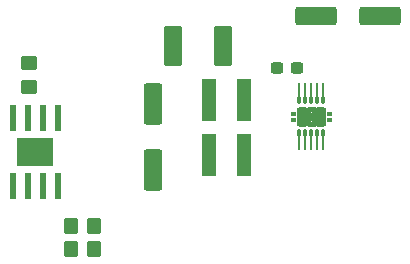
<source format=gbr>
%TF.GenerationSoftware,KiCad,Pcbnew,(6.0.9-0)*%
%TF.CreationDate,2022-12-01T16:18:30+01:00*%
%TF.ProjectId,Hlabs motor cotrol,486c6162-7320-46d6-9f74-6f7220636f74,rev?*%
%TF.SameCoordinates,Original*%
%TF.FileFunction,Paste,Top*%
%TF.FilePolarity,Positive*%
%FSLAX46Y46*%
G04 Gerber Fmt 4.6, Leading zero omitted, Abs format (unit mm)*
G04 Created by KiCad (PCBNEW (6.0.9-0)) date 2022-12-01 16:18:30*
%MOMM*%
%LPD*%
G01*
G04 APERTURE LIST*
G04 Aperture macros list*
%AMRoundRect*
0 Rectangle with rounded corners*
0 $1 Rounding radius*
0 $2 $3 $4 $5 $6 $7 $8 $9 X,Y pos of 4 corners*
0 Add a 4 corners polygon primitive as box body*
4,1,4,$2,$3,$4,$5,$6,$7,$8,$9,$2,$3,0*
0 Add four circle primitives for the rounded corners*
1,1,$1+$1,$2,$3*
1,1,$1+$1,$4,$5*
1,1,$1+$1,$6,$7*
1,1,$1+$1,$8,$9*
0 Add four rect primitives between the rounded corners*
20,1,$1+$1,$2,$3,$4,$5,0*
20,1,$1+$1,$4,$5,$6,$7,0*
20,1,$1+$1,$6,$7,$8,$9,0*
20,1,$1+$1,$8,$9,$2,$3,0*%
G04 Aperture macros list end*
%ADD10C,0.010000*%
%ADD11C,0.100000*%
%ADD12RoundRect,0.250000X0.450000X-0.350000X0.450000X0.350000X-0.450000X0.350000X-0.450000X-0.350000X0*%
%ADD13RoundRect,0.012000X-0.108000X0.288000X-0.108000X-0.288000X0.108000X-0.288000X0.108000X0.288000X0*%
%ADD14RoundRect,0.250000X0.537500X1.450000X-0.537500X1.450000X-0.537500X-1.450000X0.537500X-1.450000X0*%
%ADD15RoundRect,0.250000X-1.500000X-0.550000X1.500000X-0.550000X1.500000X0.550000X-1.500000X0.550000X0*%
%ADD16RoundRect,0.250000X-0.350000X-0.450000X0.350000X-0.450000X0.350000X0.450000X-0.350000X0.450000X0*%
%ADD17RoundRect,0.237500X0.300000X0.237500X-0.300000X0.237500X-0.300000X-0.237500X0.300000X-0.237500X0*%
%ADD18R,0.270000X1.399999*%
%ADD19RoundRect,0.250000X0.350000X0.450000X-0.350000X0.450000X-0.350000X-0.450000X0.350000X-0.450000X0*%
%ADD20R,3.100000X2.400000*%
%ADD21R,0.500000X2.200000*%
%ADD22RoundRect,0.250000X-0.550000X1.500000X-0.550000X-1.500000X0.550000X-1.500000X0.550000X1.500000X0*%
%ADD23R,1.150000X3.600000*%
G04 APERTURE END LIST*
%TO.C,REF\u002A\u002A*%
G36*
X111960937Y-124860483D02*
G01*
X111962937Y-124860483D01*
X111965937Y-124861483D01*
X111967937Y-124861483D01*
X111970937Y-124862483D01*
X111972937Y-124863483D01*
X111975937Y-124864483D01*
X111977937Y-124866483D01*
X111979937Y-124867483D01*
X111981937Y-124869483D01*
X111983937Y-124870483D01*
X111991937Y-124878483D01*
X111992937Y-124880483D01*
X111994937Y-124882483D01*
X111995937Y-124884483D01*
X111997937Y-124886483D01*
X111998937Y-124889483D01*
X111999937Y-124891483D01*
X112000937Y-124894483D01*
X112000937Y-124896483D01*
X112001937Y-124899483D01*
X112001937Y-124901483D01*
X112002937Y-124904483D01*
X112002937Y-125064483D01*
X112001937Y-125067483D01*
X112001937Y-125069483D01*
X112000937Y-125072483D01*
X112000937Y-125074483D01*
X111999937Y-125077483D01*
X111998937Y-125079483D01*
X111997937Y-125082483D01*
X111995937Y-125084483D01*
X111994937Y-125086483D01*
X111992937Y-125088483D01*
X111991937Y-125090483D01*
X111983937Y-125098483D01*
X111981937Y-125099483D01*
X111979937Y-125101483D01*
X111977937Y-125102483D01*
X111975937Y-125104483D01*
X111972937Y-125105483D01*
X111970937Y-125106483D01*
X111967937Y-125107483D01*
X111965937Y-125107483D01*
X111962937Y-125108483D01*
X111960937Y-125108483D01*
X111957937Y-125109483D01*
X111707937Y-125109483D01*
X111704937Y-125108483D01*
X111702937Y-125108483D01*
X111699937Y-125107483D01*
X111697937Y-125107483D01*
X111694937Y-125106483D01*
X111692937Y-125105483D01*
X111689937Y-125104483D01*
X111687937Y-125102483D01*
X111685937Y-125101483D01*
X111683937Y-125099483D01*
X111681937Y-125098483D01*
X111673937Y-125090483D01*
X111672937Y-125088483D01*
X111670937Y-125086483D01*
X111669937Y-125084483D01*
X111667937Y-125082483D01*
X111666937Y-125079483D01*
X111665937Y-125077483D01*
X111664937Y-125074483D01*
X111664937Y-125072483D01*
X111663937Y-125069483D01*
X111663937Y-125067483D01*
X111662937Y-125064483D01*
X111662937Y-124904483D01*
X111663937Y-124901483D01*
X111663937Y-124899483D01*
X111664937Y-124896483D01*
X111664937Y-124894483D01*
X111665937Y-124891483D01*
X111666937Y-124889483D01*
X111667937Y-124886483D01*
X111669937Y-124884483D01*
X111670937Y-124882483D01*
X111672937Y-124880483D01*
X111673937Y-124878483D01*
X111681937Y-124870483D01*
X111683937Y-124869483D01*
X111685937Y-124867483D01*
X111687937Y-124866483D01*
X111689937Y-124864483D01*
X111692937Y-124863483D01*
X111694937Y-124862483D01*
X111697937Y-124861483D01*
X111699937Y-124861483D01*
X111702937Y-124860483D01*
X111704937Y-124860483D01*
X111707937Y-124859483D01*
X111957937Y-124859483D01*
X111960937Y-124860483D01*
G37*
D10*
X111960937Y-124860483D02*
X111962937Y-124860483D01*
X111965937Y-124861483D01*
X111967937Y-124861483D01*
X111970937Y-124862483D01*
X111972937Y-124863483D01*
X111975937Y-124864483D01*
X111977937Y-124866483D01*
X111979937Y-124867483D01*
X111981937Y-124869483D01*
X111983937Y-124870483D01*
X111991937Y-124878483D01*
X111992937Y-124880483D01*
X111994937Y-124882483D01*
X111995937Y-124884483D01*
X111997937Y-124886483D01*
X111998937Y-124889483D01*
X111999937Y-124891483D01*
X112000937Y-124894483D01*
X112000937Y-124896483D01*
X112001937Y-124899483D01*
X112001937Y-124901483D01*
X112002937Y-124904483D01*
X112002937Y-125064483D01*
X112001937Y-125067483D01*
X112001937Y-125069483D01*
X112000937Y-125072483D01*
X112000937Y-125074483D01*
X111999937Y-125077483D01*
X111998937Y-125079483D01*
X111997937Y-125082483D01*
X111995937Y-125084483D01*
X111994937Y-125086483D01*
X111992937Y-125088483D01*
X111991937Y-125090483D01*
X111983937Y-125098483D01*
X111981937Y-125099483D01*
X111979937Y-125101483D01*
X111977937Y-125102483D01*
X111975937Y-125104483D01*
X111972937Y-125105483D01*
X111970937Y-125106483D01*
X111967937Y-125107483D01*
X111965937Y-125107483D01*
X111962937Y-125108483D01*
X111960937Y-125108483D01*
X111957937Y-125109483D01*
X111707937Y-125109483D01*
X111704937Y-125108483D01*
X111702937Y-125108483D01*
X111699937Y-125107483D01*
X111697937Y-125107483D01*
X111694937Y-125106483D01*
X111692937Y-125105483D01*
X111689937Y-125104483D01*
X111687937Y-125102483D01*
X111685937Y-125101483D01*
X111683937Y-125099483D01*
X111681937Y-125098483D01*
X111673937Y-125090483D01*
X111672937Y-125088483D01*
X111670937Y-125086483D01*
X111669937Y-125084483D01*
X111667937Y-125082483D01*
X111666937Y-125079483D01*
X111665937Y-125077483D01*
X111664937Y-125074483D01*
X111664937Y-125072483D01*
X111663937Y-125069483D01*
X111663937Y-125067483D01*
X111662937Y-125064483D01*
X111662937Y-124904483D01*
X111663937Y-124901483D01*
X111663937Y-124899483D01*
X111664937Y-124896483D01*
X111664937Y-124894483D01*
X111665937Y-124891483D01*
X111666937Y-124889483D01*
X111667937Y-124886483D01*
X111669937Y-124884483D01*
X111670937Y-124882483D01*
X111672937Y-124880483D01*
X111673937Y-124878483D01*
X111681937Y-124870483D01*
X111683937Y-124869483D01*
X111685937Y-124867483D01*
X111687937Y-124866483D01*
X111689937Y-124864483D01*
X111692937Y-124863483D01*
X111694937Y-124862483D01*
X111697937Y-124861483D01*
X111699937Y-124861483D01*
X111702937Y-124860483D01*
X111704937Y-124860483D01*
X111707937Y-124859483D01*
X111957937Y-124859483D01*
X111960937Y-124860483D01*
G36*
X113220937Y-124485483D02*
G01*
X113222937Y-124485483D01*
X113225937Y-124486483D01*
X113227937Y-124486483D01*
X113230937Y-124487483D01*
X113232937Y-124488483D01*
X113235937Y-124489483D01*
X113237937Y-124491483D01*
X113239937Y-124492483D01*
X113241937Y-124494483D01*
X113243937Y-124495483D01*
X113251937Y-124503483D01*
X113252937Y-124505483D01*
X113254937Y-124507483D01*
X113255937Y-124509483D01*
X113257937Y-124511483D01*
X113258937Y-124514483D01*
X113259937Y-124516483D01*
X113260937Y-124519483D01*
X113260937Y-124521483D01*
X113261937Y-124524483D01*
X113261937Y-124526483D01*
X113262937Y-124529483D01*
X113262937Y-125939483D01*
X113261937Y-125942483D01*
X113261937Y-125944483D01*
X113260937Y-125947483D01*
X113260937Y-125949483D01*
X113259937Y-125952483D01*
X113258937Y-125954483D01*
X113257937Y-125957483D01*
X113255937Y-125959483D01*
X113254937Y-125961483D01*
X113252937Y-125963483D01*
X113251937Y-125965483D01*
X113243937Y-125973483D01*
X113241937Y-125974483D01*
X113239937Y-125976483D01*
X113237937Y-125977483D01*
X113235937Y-125979483D01*
X113232937Y-125980483D01*
X113230937Y-125981483D01*
X113227937Y-125982483D01*
X113225937Y-125982483D01*
X113222937Y-125983483D01*
X113220937Y-125983483D01*
X113217937Y-125984483D01*
X112247937Y-125984483D01*
X112244937Y-125983483D01*
X112242937Y-125983483D01*
X112239937Y-125982483D01*
X112237937Y-125982483D01*
X112234937Y-125981483D01*
X112232937Y-125980483D01*
X112229937Y-125979483D01*
X112227937Y-125977483D01*
X112225937Y-125976483D01*
X112223937Y-125974483D01*
X112221937Y-125973483D01*
X112213937Y-125965483D01*
X112212937Y-125963483D01*
X112210937Y-125961483D01*
X112209937Y-125959483D01*
X112207937Y-125957483D01*
X112206937Y-125954483D01*
X112205937Y-125952483D01*
X112204937Y-125949483D01*
X112204937Y-125947483D01*
X112203937Y-125944483D01*
X112203937Y-125942483D01*
X112202937Y-125939483D01*
X112202937Y-124529483D01*
X112203937Y-124526483D01*
X112203937Y-124524483D01*
X112204937Y-124521483D01*
X112204937Y-124519483D01*
X112205937Y-124516483D01*
X112206937Y-124514483D01*
X112207937Y-124511483D01*
X112209937Y-124509483D01*
X112210937Y-124507483D01*
X112212937Y-124505483D01*
X112213937Y-124503483D01*
X112221937Y-124495483D01*
X112223937Y-124494483D01*
X112225937Y-124492483D01*
X112227937Y-124491483D01*
X112229937Y-124489483D01*
X112232937Y-124488483D01*
X112234937Y-124487483D01*
X112237937Y-124486483D01*
X112239937Y-124486483D01*
X112242937Y-124485483D01*
X112244937Y-124485483D01*
X112247937Y-124484483D01*
X113217937Y-124484483D01*
X113220937Y-124485483D01*
G37*
X113220937Y-124485483D02*
X113222937Y-124485483D01*
X113225937Y-124486483D01*
X113227937Y-124486483D01*
X113230937Y-124487483D01*
X113232937Y-124488483D01*
X113235937Y-124489483D01*
X113237937Y-124491483D01*
X113239937Y-124492483D01*
X113241937Y-124494483D01*
X113243937Y-124495483D01*
X113251937Y-124503483D01*
X113252937Y-124505483D01*
X113254937Y-124507483D01*
X113255937Y-124509483D01*
X113257937Y-124511483D01*
X113258937Y-124514483D01*
X113259937Y-124516483D01*
X113260937Y-124519483D01*
X113260937Y-124521483D01*
X113261937Y-124524483D01*
X113261937Y-124526483D01*
X113262937Y-124529483D01*
X113262937Y-125939483D01*
X113261937Y-125942483D01*
X113261937Y-125944483D01*
X113260937Y-125947483D01*
X113260937Y-125949483D01*
X113259937Y-125952483D01*
X113258937Y-125954483D01*
X113257937Y-125957483D01*
X113255937Y-125959483D01*
X113254937Y-125961483D01*
X113252937Y-125963483D01*
X113251937Y-125965483D01*
X113243937Y-125973483D01*
X113241937Y-125974483D01*
X113239937Y-125976483D01*
X113237937Y-125977483D01*
X113235937Y-125979483D01*
X113232937Y-125980483D01*
X113230937Y-125981483D01*
X113227937Y-125982483D01*
X113225937Y-125982483D01*
X113222937Y-125983483D01*
X113220937Y-125983483D01*
X113217937Y-125984483D01*
X112247937Y-125984483D01*
X112244937Y-125983483D01*
X112242937Y-125983483D01*
X112239937Y-125982483D01*
X112237937Y-125982483D01*
X112234937Y-125981483D01*
X112232937Y-125980483D01*
X112229937Y-125979483D01*
X112227937Y-125977483D01*
X112225937Y-125976483D01*
X112223937Y-125974483D01*
X112221937Y-125973483D01*
X112213937Y-125965483D01*
X112212937Y-125963483D01*
X112210937Y-125961483D01*
X112209937Y-125959483D01*
X112207937Y-125957483D01*
X112206937Y-125954483D01*
X112205937Y-125952483D01*
X112204937Y-125949483D01*
X112204937Y-125947483D01*
X112203937Y-125944483D01*
X112203937Y-125942483D01*
X112202937Y-125939483D01*
X112202937Y-124529483D01*
X112203937Y-124526483D01*
X112203937Y-124524483D01*
X112204937Y-124521483D01*
X112204937Y-124519483D01*
X112205937Y-124516483D01*
X112206937Y-124514483D01*
X112207937Y-124511483D01*
X112209937Y-124509483D01*
X112210937Y-124507483D01*
X112212937Y-124505483D01*
X112213937Y-124503483D01*
X112221937Y-124495483D01*
X112223937Y-124494483D01*
X112225937Y-124492483D01*
X112227937Y-124491483D01*
X112229937Y-124489483D01*
X112232937Y-124488483D01*
X112234937Y-124487483D01*
X112237937Y-124486483D01*
X112239937Y-124486483D01*
X112242937Y-124485483D01*
X112244937Y-124485483D01*
X112247937Y-124484483D01*
X113217937Y-124484483D01*
X113220937Y-124485483D01*
G36*
X115020937Y-124860483D02*
G01*
X115022937Y-124860483D01*
X115025937Y-124861483D01*
X115027937Y-124861483D01*
X115030937Y-124862483D01*
X115032937Y-124863483D01*
X115035937Y-124864483D01*
X115037937Y-124866483D01*
X115039937Y-124867483D01*
X115041937Y-124869483D01*
X115043937Y-124870483D01*
X115051937Y-124878483D01*
X115052937Y-124880483D01*
X115054937Y-124882483D01*
X115055937Y-124884483D01*
X115057937Y-124886483D01*
X115058937Y-124889483D01*
X115059937Y-124891483D01*
X115060937Y-124894483D01*
X115060937Y-124896483D01*
X115061937Y-124899483D01*
X115061937Y-124901483D01*
X115062937Y-124904483D01*
X115062937Y-125064483D01*
X115061937Y-125067483D01*
X115061937Y-125069483D01*
X115060937Y-125072483D01*
X115060937Y-125074483D01*
X115059937Y-125077483D01*
X115058937Y-125079483D01*
X115057937Y-125082483D01*
X115055937Y-125084483D01*
X115054937Y-125086483D01*
X115052937Y-125088483D01*
X115051937Y-125090483D01*
X115043937Y-125098483D01*
X115041937Y-125099483D01*
X115039937Y-125101483D01*
X115037937Y-125102483D01*
X115035937Y-125104483D01*
X115032937Y-125105483D01*
X115030937Y-125106483D01*
X115027937Y-125107483D01*
X115025937Y-125107483D01*
X115022937Y-125108483D01*
X115020937Y-125108483D01*
X115017937Y-125109483D01*
X114767937Y-125109483D01*
X114764937Y-125108483D01*
X114762937Y-125108483D01*
X114759937Y-125107483D01*
X114757937Y-125107483D01*
X114754937Y-125106483D01*
X114752937Y-125105483D01*
X114749937Y-125104483D01*
X114747937Y-125102483D01*
X114745937Y-125101483D01*
X114743937Y-125099483D01*
X114741937Y-125098483D01*
X114733937Y-125090483D01*
X114732937Y-125088483D01*
X114730937Y-125086483D01*
X114729937Y-125084483D01*
X114727937Y-125082483D01*
X114726937Y-125079483D01*
X114725937Y-125077483D01*
X114724937Y-125074483D01*
X114724937Y-125072483D01*
X114723937Y-125069483D01*
X114723937Y-125067483D01*
X114722937Y-125064483D01*
X114722937Y-124904483D01*
X114723937Y-124901483D01*
X114723937Y-124899483D01*
X114724937Y-124896483D01*
X114724937Y-124894483D01*
X114725937Y-124891483D01*
X114726937Y-124889483D01*
X114727937Y-124886483D01*
X114729937Y-124884483D01*
X114730937Y-124882483D01*
X114732937Y-124880483D01*
X114733937Y-124878483D01*
X114741937Y-124870483D01*
X114743937Y-124869483D01*
X114745937Y-124867483D01*
X114747937Y-124866483D01*
X114749937Y-124864483D01*
X114752937Y-124863483D01*
X114754937Y-124862483D01*
X114757937Y-124861483D01*
X114759937Y-124861483D01*
X114762937Y-124860483D01*
X114764937Y-124860483D01*
X114767937Y-124859483D01*
X115017937Y-124859483D01*
X115020937Y-124860483D01*
G37*
X115020937Y-124860483D02*
X115022937Y-124860483D01*
X115025937Y-124861483D01*
X115027937Y-124861483D01*
X115030937Y-124862483D01*
X115032937Y-124863483D01*
X115035937Y-124864483D01*
X115037937Y-124866483D01*
X115039937Y-124867483D01*
X115041937Y-124869483D01*
X115043937Y-124870483D01*
X115051937Y-124878483D01*
X115052937Y-124880483D01*
X115054937Y-124882483D01*
X115055937Y-124884483D01*
X115057937Y-124886483D01*
X115058937Y-124889483D01*
X115059937Y-124891483D01*
X115060937Y-124894483D01*
X115060937Y-124896483D01*
X115061937Y-124899483D01*
X115061937Y-124901483D01*
X115062937Y-124904483D01*
X115062937Y-125064483D01*
X115061937Y-125067483D01*
X115061937Y-125069483D01*
X115060937Y-125072483D01*
X115060937Y-125074483D01*
X115059937Y-125077483D01*
X115058937Y-125079483D01*
X115057937Y-125082483D01*
X115055937Y-125084483D01*
X115054937Y-125086483D01*
X115052937Y-125088483D01*
X115051937Y-125090483D01*
X115043937Y-125098483D01*
X115041937Y-125099483D01*
X115039937Y-125101483D01*
X115037937Y-125102483D01*
X115035937Y-125104483D01*
X115032937Y-125105483D01*
X115030937Y-125106483D01*
X115027937Y-125107483D01*
X115025937Y-125107483D01*
X115022937Y-125108483D01*
X115020937Y-125108483D01*
X115017937Y-125109483D01*
X114767937Y-125109483D01*
X114764937Y-125108483D01*
X114762937Y-125108483D01*
X114759937Y-125107483D01*
X114757937Y-125107483D01*
X114754937Y-125106483D01*
X114752937Y-125105483D01*
X114749937Y-125104483D01*
X114747937Y-125102483D01*
X114745937Y-125101483D01*
X114743937Y-125099483D01*
X114741937Y-125098483D01*
X114733937Y-125090483D01*
X114732937Y-125088483D01*
X114730937Y-125086483D01*
X114729937Y-125084483D01*
X114727937Y-125082483D01*
X114726937Y-125079483D01*
X114725937Y-125077483D01*
X114724937Y-125074483D01*
X114724937Y-125072483D01*
X114723937Y-125069483D01*
X114723937Y-125067483D01*
X114722937Y-125064483D01*
X114722937Y-124904483D01*
X114723937Y-124901483D01*
X114723937Y-124899483D01*
X114724937Y-124896483D01*
X114724937Y-124894483D01*
X114725937Y-124891483D01*
X114726937Y-124889483D01*
X114727937Y-124886483D01*
X114729937Y-124884483D01*
X114730937Y-124882483D01*
X114732937Y-124880483D01*
X114733937Y-124878483D01*
X114741937Y-124870483D01*
X114743937Y-124869483D01*
X114745937Y-124867483D01*
X114747937Y-124866483D01*
X114749937Y-124864483D01*
X114752937Y-124863483D01*
X114754937Y-124862483D01*
X114757937Y-124861483D01*
X114759937Y-124861483D01*
X114762937Y-124860483D01*
X114764937Y-124860483D01*
X114767937Y-124859483D01*
X115017937Y-124859483D01*
X115020937Y-124860483D01*
G36*
X111960937Y-125360483D02*
G01*
X111962937Y-125360483D01*
X111965937Y-125361483D01*
X111967937Y-125361483D01*
X111970937Y-125362483D01*
X111972937Y-125363483D01*
X111975937Y-125364483D01*
X111977937Y-125366483D01*
X111979937Y-125367483D01*
X111981937Y-125369483D01*
X111983937Y-125370483D01*
X111991937Y-125378483D01*
X111992937Y-125380483D01*
X111994937Y-125382483D01*
X111995937Y-125384483D01*
X111997937Y-125386483D01*
X111998937Y-125389483D01*
X111999937Y-125391483D01*
X112000937Y-125394483D01*
X112000937Y-125396483D01*
X112001937Y-125399483D01*
X112001937Y-125401483D01*
X112002937Y-125404483D01*
X112002937Y-125564483D01*
X112001937Y-125567483D01*
X112001937Y-125569483D01*
X112000937Y-125572483D01*
X112000937Y-125574483D01*
X111999937Y-125577483D01*
X111998937Y-125579483D01*
X111997937Y-125582483D01*
X111995937Y-125584483D01*
X111994937Y-125586483D01*
X111992937Y-125588483D01*
X111991937Y-125590483D01*
X111983937Y-125598483D01*
X111981937Y-125599483D01*
X111979937Y-125601483D01*
X111977937Y-125602483D01*
X111975937Y-125604483D01*
X111972937Y-125605483D01*
X111970937Y-125606483D01*
X111967937Y-125607483D01*
X111965937Y-125607483D01*
X111962937Y-125608483D01*
X111960937Y-125608483D01*
X111957937Y-125609483D01*
X111707937Y-125609483D01*
X111704937Y-125608483D01*
X111702937Y-125608483D01*
X111699937Y-125607483D01*
X111697937Y-125607483D01*
X111694937Y-125606483D01*
X111692937Y-125605483D01*
X111689937Y-125604483D01*
X111687937Y-125602483D01*
X111685937Y-125601483D01*
X111683937Y-125599483D01*
X111681937Y-125598483D01*
X111673937Y-125590483D01*
X111672937Y-125588483D01*
X111670937Y-125586483D01*
X111669937Y-125584483D01*
X111667937Y-125582483D01*
X111666937Y-125579483D01*
X111665937Y-125577483D01*
X111664937Y-125574483D01*
X111664937Y-125572483D01*
X111663937Y-125569483D01*
X111663937Y-125567483D01*
X111662937Y-125564483D01*
X111662937Y-125404483D01*
X111663937Y-125401483D01*
X111663937Y-125399483D01*
X111664937Y-125396483D01*
X111664937Y-125394483D01*
X111665937Y-125391483D01*
X111666937Y-125389483D01*
X111667937Y-125386483D01*
X111669937Y-125384483D01*
X111670937Y-125382483D01*
X111672937Y-125380483D01*
X111673937Y-125378483D01*
X111681937Y-125370483D01*
X111683937Y-125369483D01*
X111685937Y-125367483D01*
X111687937Y-125366483D01*
X111689937Y-125364483D01*
X111692937Y-125363483D01*
X111694937Y-125362483D01*
X111697937Y-125361483D01*
X111699937Y-125361483D01*
X111702937Y-125360483D01*
X111704937Y-125360483D01*
X111707937Y-125359483D01*
X111957937Y-125359483D01*
X111960937Y-125360483D01*
G37*
X111960937Y-125360483D02*
X111962937Y-125360483D01*
X111965937Y-125361483D01*
X111967937Y-125361483D01*
X111970937Y-125362483D01*
X111972937Y-125363483D01*
X111975937Y-125364483D01*
X111977937Y-125366483D01*
X111979937Y-125367483D01*
X111981937Y-125369483D01*
X111983937Y-125370483D01*
X111991937Y-125378483D01*
X111992937Y-125380483D01*
X111994937Y-125382483D01*
X111995937Y-125384483D01*
X111997937Y-125386483D01*
X111998937Y-125389483D01*
X111999937Y-125391483D01*
X112000937Y-125394483D01*
X112000937Y-125396483D01*
X112001937Y-125399483D01*
X112001937Y-125401483D01*
X112002937Y-125404483D01*
X112002937Y-125564483D01*
X112001937Y-125567483D01*
X112001937Y-125569483D01*
X112000937Y-125572483D01*
X112000937Y-125574483D01*
X111999937Y-125577483D01*
X111998937Y-125579483D01*
X111997937Y-125582483D01*
X111995937Y-125584483D01*
X111994937Y-125586483D01*
X111992937Y-125588483D01*
X111991937Y-125590483D01*
X111983937Y-125598483D01*
X111981937Y-125599483D01*
X111979937Y-125601483D01*
X111977937Y-125602483D01*
X111975937Y-125604483D01*
X111972937Y-125605483D01*
X111970937Y-125606483D01*
X111967937Y-125607483D01*
X111965937Y-125607483D01*
X111962937Y-125608483D01*
X111960937Y-125608483D01*
X111957937Y-125609483D01*
X111707937Y-125609483D01*
X111704937Y-125608483D01*
X111702937Y-125608483D01*
X111699937Y-125607483D01*
X111697937Y-125607483D01*
X111694937Y-125606483D01*
X111692937Y-125605483D01*
X111689937Y-125604483D01*
X111687937Y-125602483D01*
X111685937Y-125601483D01*
X111683937Y-125599483D01*
X111681937Y-125598483D01*
X111673937Y-125590483D01*
X111672937Y-125588483D01*
X111670937Y-125586483D01*
X111669937Y-125584483D01*
X111667937Y-125582483D01*
X111666937Y-125579483D01*
X111665937Y-125577483D01*
X111664937Y-125574483D01*
X111664937Y-125572483D01*
X111663937Y-125569483D01*
X111663937Y-125567483D01*
X111662937Y-125564483D01*
X111662937Y-125404483D01*
X111663937Y-125401483D01*
X111663937Y-125399483D01*
X111664937Y-125396483D01*
X111664937Y-125394483D01*
X111665937Y-125391483D01*
X111666937Y-125389483D01*
X111667937Y-125386483D01*
X111669937Y-125384483D01*
X111670937Y-125382483D01*
X111672937Y-125380483D01*
X111673937Y-125378483D01*
X111681937Y-125370483D01*
X111683937Y-125369483D01*
X111685937Y-125367483D01*
X111687937Y-125366483D01*
X111689937Y-125364483D01*
X111692937Y-125363483D01*
X111694937Y-125362483D01*
X111697937Y-125361483D01*
X111699937Y-125361483D01*
X111702937Y-125360483D01*
X111704937Y-125360483D01*
X111707937Y-125359483D01*
X111957937Y-125359483D01*
X111960937Y-125360483D01*
G36*
X115020937Y-125360483D02*
G01*
X115022937Y-125360483D01*
X115025937Y-125361483D01*
X115027937Y-125361483D01*
X115030937Y-125362483D01*
X115032937Y-125363483D01*
X115035937Y-125364483D01*
X115037937Y-125366483D01*
X115039937Y-125367483D01*
X115041937Y-125369483D01*
X115043937Y-125370483D01*
X115051937Y-125378483D01*
X115052937Y-125380483D01*
X115054937Y-125382483D01*
X115055937Y-125384483D01*
X115057937Y-125386483D01*
X115058937Y-125389483D01*
X115059937Y-125391483D01*
X115060937Y-125394483D01*
X115060937Y-125396483D01*
X115061937Y-125399483D01*
X115061937Y-125401483D01*
X115062937Y-125404483D01*
X115062937Y-125564483D01*
X115061937Y-125567483D01*
X115061937Y-125569483D01*
X115060937Y-125572483D01*
X115060937Y-125574483D01*
X115059937Y-125577483D01*
X115058937Y-125579483D01*
X115057937Y-125582483D01*
X115055937Y-125584483D01*
X115054937Y-125586483D01*
X115052937Y-125588483D01*
X115051937Y-125590483D01*
X115043937Y-125598483D01*
X115041937Y-125599483D01*
X115039937Y-125601483D01*
X115037937Y-125602483D01*
X115035937Y-125604483D01*
X115032937Y-125605483D01*
X115030937Y-125606483D01*
X115027937Y-125607483D01*
X115025937Y-125607483D01*
X115022937Y-125608483D01*
X115020937Y-125608483D01*
X115017937Y-125609483D01*
X114767937Y-125609483D01*
X114764937Y-125608483D01*
X114762937Y-125608483D01*
X114759937Y-125607483D01*
X114757937Y-125607483D01*
X114754937Y-125606483D01*
X114752937Y-125605483D01*
X114749937Y-125604483D01*
X114747937Y-125602483D01*
X114745937Y-125601483D01*
X114743937Y-125599483D01*
X114741937Y-125598483D01*
X114733937Y-125590483D01*
X114732937Y-125588483D01*
X114730937Y-125586483D01*
X114729937Y-125584483D01*
X114727937Y-125582483D01*
X114726937Y-125579483D01*
X114725937Y-125577483D01*
X114724937Y-125574483D01*
X114724937Y-125572483D01*
X114723937Y-125569483D01*
X114723937Y-125567483D01*
X114722937Y-125564483D01*
X114722937Y-125404483D01*
X114723937Y-125401483D01*
X114723937Y-125399483D01*
X114724937Y-125396483D01*
X114724937Y-125394483D01*
X114725937Y-125391483D01*
X114726937Y-125389483D01*
X114727937Y-125386483D01*
X114729937Y-125384483D01*
X114730937Y-125382483D01*
X114732937Y-125380483D01*
X114733937Y-125378483D01*
X114741937Y-125370483D01*
X114743937Y-125369483D01*
X114745937Y-125367483D01*
X114747937Y-125366483D01*
X114749937Y-125364483D01*
X114752937Y-125363483D01*
X114754937Y-125362483D01*
X114757937Y-125361483D01*
X114759937Y-125361483D01*
X114762937Y-125360483D01*
X114764937Y-125360483D01*
X114767937Y-125359483D01*
X115017937Y-125359483D01*
X115020937Y-125360483D01*
G37*
X115020937Y-125360483D02*
X115022937Y-125360483D01*
X115025937Y-125361483D01*
X115027937Y-125361483D01*
X115030937Y-125362483D01*
X115032937Y-125363483D01*
X115035937Y-125364483D01*
X115037937Y-125366483D01*
X115039937Y-125367483D01*
X115041937Y-125369483D01*
X115043937Y-125370483D01*
X115051937Y-125378483D01*
X115052937Y-125380483D01*
X115054937Y-125382483D01*
X115055937Y-125384483D01*
X115057937Y-125386483D01*
X115058937Y-125389483D01*
X115059937Y-125391483D01*
X115060937Y-125394483D01*
X115060937Y-125396483D01*
X115061937Y-125399483D01*
X115061937Y-125401483D01*
X115062937Y-125404483D01*
X115062937Y-125564483D01*
X115061937Y-125567483D01*
X115061937Y-125569483D01*
X115060937Y-125572483D01*
X115060937Y-125574483D01*
X115059937Y-125577483D01*
X115058937Y-125579483D01*
X115057937Y-125582483D01*
X115055937Y-125584483D01*
X115054937Y-125586483D01*
X115052937Y-125588483D01*
X115051937Y-125590483D01*
X115043937Y-125598483D01*
X115041937Y-125599483D01*
X115039937Y-125601483D01*
X115037937Y-125602483D01*
X115035937Y-125604483D01*
X115032937Y-125605483D01*
X115030937Y-125606483D01*
X115027937Y-125607483D01*
X115025937Y-125607483D01*
X115022937Y-125608483D01*
X115020937Y-125608483D01*
X115017937Y-125609483D01*
X114767937Y-125609483D01*
X114764937Y-125608483D01*
X114762937Y-125608483D01*
X114759937Y-125607483D01*
X114757937Y-125607483D01*
X114754937Y-125606483D01*
X114752937Y-125605483D01*
X114749937Y-125604483D01*
X114747937Y-125602483D01*
X114745937Y-125601483D01*
X114743937Y-125599483D01*
X114741937Y-125598483D01*
X114733937Y-125590483D01*
X114732937Y-125588483D01*
X114730937Y-125586483D01*
X114729937Y-125584483D01*
X114727937Y-125582483D01*
X114726937Y-125579483D01*
X114725937Y-125577483D01*
X114724937Y-125574483D01*
X114724937Y-125572483D01*
X114723937Y-125569483D01*
X114723937Y-125567483D01*
X114722937Y-125564483D01*
X114722937Y-125404483D01*
X114723937Y-125401483D01*
X114723937Y-125399483D01*
X114724937Y-125396483D01*
X114724937Y-125394483D01*
X114725937Y-125391483D01*
X114726937Y-125389483D01*
X114727937Y-125386483D01*
X114729937Y-125384483D01*
X114730937Y-125382483D01*
X114732937Y-125380483D01*
X114733937Y-125378483D01*
X114741937Y-125370483D01*
X114743937Y-125369483D01*
X114745937Y-125367483D01*
X114747937Y-125366483D01*
X114749937Y-125364483D01*
X114752937Y-125363483D01*
X114754937Y-125362483D01*
X114757937Y-125361483D01*
X114759937Y-125361483D01*
X114762937Y-125360483D01*
X114764937Y-125360483D01*
X114767937Y-125359483D01*
X115017937Y-125359483D01*
X115020937Y-125360483D01*
G36*
X114480937Y-124485483D02*
G01*
X114482937Y-124485483D01*
X114485937Y-124486483D01*
X114487937Y-124486483D01*
X114490937Y-124487483D01*
X114492937Y-124488483D01*
X114495937Y-124489483D01*
X114497937Y-124491483D01*
X114499937Y-124492483D01*
X114501937Y-124494483D01*
X114503937Y-124495483D01*
X114511937Y-124503483D01*
X114512937Y-124505483D01*
X114514937Y-124507483D01*
X114515937Y-124509483D01*
X114517937Y-124511483D01*
X114518937Y-124514483D01*
X114519937Y-124516483D01*
X114520937Y-124519483D01*
X114520937Y-124521483D01*
X114521937Y-124524483D01*
X114521937Y-124526483D01*
X114522937Y-124529483D01*
X114522937Y-125939483D01*
X114521937Y-125942483D01*
X114521937Y-125944483D01*
X114520937Y-125947483D01*
X114520937Y-125949483D01*
X114519937Y-125952483D01*
X114518937Y-125954483D01*
X114517937Y-125957483D01*
X114515937Y-125959483D01*
X114514937Y-125961483D01*
X114512937Y-125963483D01*
X114511937Y-125965483D01*
X114503937Y-125973483D01*
X114501937Y-125974483D01*
X114499937Y-125976483D01*
X114497937Y-125977483D01*
X114495937Y-125979483D01*
X114492937Y-125980483D01*
X114490937Y-125981483D01*
X114487937Y-125982483D01*
X114485937Y-125982483D01*
X114482937Y-125983483D01*
X114480937Y-125983483D01*
X114477937Y-125984483D01*
X113507937Y-125984483D01*
X113504937Y-125983483D01*
X113502937Y-125983483D01*
X113499937Y-125982483D01*
X113497937Y-125982483D01*
X113494937Y-125981483D01*
X113492937Y-125980483D01*
X113489937Y-125979483D01*
X113487937Y-125977483D01*
X113485937Y-125976483D01*
X113483937Y-125974483D01*
X113481937Y-125973483D01*
X113473937Y-125965483D01*
X113472937Y-125963483D01*
X113470937Y-125961483D01*
X113469937Y-125959483D01*
X113467937Y-125957483D01*
X113466937Y-125954483D01*
X113465937Y-125952483D01*
X113464937Y-125949483D01*
X113464937Y-125947483D01*
X113463937Y-125944483D01*
X113463937Y-125942483D01*
X113462937Y-125939483D01*
X113462937Y-124529483D01*
X113463937Y-124526483D01*
X113463937Y-124524483D01*
X113464937Y-124521483D01*
X113464937Y-124519483D01*
X113465937Y-124516483D01*
X113466937Y-124514483D01*
X113467937Y-124511483D01*
X113469937Y-124509483D01*
X113470937Y-124507483D01*
X113472937Y-124505483D01*
X113473937Y-124503483D01*
X113481937Y-124495483D01*
X113483937Y-124494483D01*
X113485937Y-124492483D01*
X113487937Y-124491483D01*
X113489937Y-124489483D01*
X113492937Y-124488483D01*
X113494937Y-124487483D01*
X113497937Y-124486483D01*
X113499937Y-124486483D01*
X113502937Y-124485483D01*
X113504937Y-124485483D01*
X113507937Y-124484483D01*
X114477937Y-124484483D01*
X114480937Y-124485483D01*
G37*
X114480937Y-124485483D02*
X114482937Y-124485483D01*
X114485937Y-124486483D01*
X114487937Y-124486483D01*
X114490937Y-124487483D01*
X114492937Y-124488483D01*
X114495937Y-124489483D01*
X114497937Y-124491483D01*
X114499937Y-124492483D01*
X114501937Y-124494483D01*
X114503937Y-124495483D01*
X114511937Y-124503483D01*
X114512937Y-124505483D01*
X114514937Y-124507483D01*
X114515937Y-124509483D01*
X114517937Y-124511483D01*
X114518937Y-124514483D01*
X114519937Y-124516483D01*
X114520937Y-124519483D01*
X114520937Y-124521483D01*
X114521937Y-124524483D01*
X114521937Y-124526483D01*
X114522937Y-124529483D01*
X114522937Y-125939483D01*
X114521937Y-125942483D01*
X114521937Y-125944483D01*
X114520937Y-125947483D01*
X114520937Y-125949483D01*
X114519937Y-125952483D01*
X114518937Y-125954483D01*
X114517937Y-125957483D01*
X114515937Y-125959483D01*
X114514937Y-125961483D01*
X114512937Y-125963483D01*
X114511937Y-125965483D01*
X114503937Y-125973483D01*
X114501937Y-125974483D01*
X114499937Y-125976483D01*
X114497937Y-125977483D01*
X114495937Y-125979483D01*
X114492937Y-125980483D01*
X114490937Y-125981483D01*
X114487937Y-125982483D01*
X114485937Y-125982483D01*
X114482937Y-125983483D01*
X114480937Y-125983483D01*
X114477937Y-125984483D01*
X113507937Y-125984483D01*
X113504937Y-125983483D01*
X113502937Y-125983483D01*
X113499937Y-125982483D01*
X113497937Y-125982483D01*
X113494937Y-125981483D01*
X113492937Y-125980483D01*
X113489937Y-125979483D01*
X113487937Y-125977483D01*
X113485937Y-125976483D01*
X113483937Y-125974483D01*
X113481937Y-125973483D01*
X113473937Y-125965483D01*
X113472937Y-125963483D01*
X113470937Y-125961483D01*
X113469937Y-125959483D01*
X113467937Y-125957483D01*
X113466937Y-125954483D01*
X113465937Y-125952483D01*
X113464937Y-125949483D01*
X113464937Y-125947483D01*
X113463937Y-125944483D01*
X113463937Y-125942483D01*
X113462937Y-125939483D01*
X113462937Y-124529483D01*
X113463937Y-124526483D01*
X113463937Y-124524483D01*
X113464937Y-124521483D01*
X113464937Y-124519483D01*
X113465937Y-124516483D01*
X113466937Y-124514483D01*
X113467937Y-124511483D01*
X113469937Y-124509483D01*
X113470937Y-124507483D01*
X113472937Y-124505483D01*
X113473937Y-124503483D01*
X113481937Y-124495483D01*
X113483937Y-124494483D01*
X113485937Y-124492483D01*
X113487937Y-124491483D01*
X113489937Y-124489483D01*
X113492937Y-124488483D01*
X113494937Y-124487483D01*
X113497937Y-124486483D01*
X113499937Y-124486483D01*
X113502937Y-124485483D01*
X113504937Y-124485483D01*
X113507937Y-124484483D01*
X114477937Y-124484483D01*
X114480937Y-124485483D01*
%TO.C,U1*%
G36*
X113656637Y-124599362D02*
G01*
X113515216Y-124740783D01*
X113210658Y-124740783D01*
X113069237Y-124599362D01*
X113069237Y-124449413D01*
X113656637Y-124449413D01*
X113656637Y-124599362D01*
G37*
D11*
X113656637Y-124599362D02*
X113515216Y-124740783D01*
X113210658Y-124740783D01*
X113069237Y-124599362D01*
X113069237Y-124449413D01*
X113656637Y-124449413D01*
X113656637Y-124599362D01*
G36*
X114378007Y-124740783D02*
G01*
X113998058Y-124740783D01*
X113856637Y-124599362D01*
X113856637Y-124449413D01*
X114378007Y-124449413D01*
X114378007Y-124740783D01*
G37*
X114378007Y-124740783D02*
X113998058Y-124740783D01*
X113856637Y-124599362D01*
X113856637Y-124449413D01*
X114378007Y-124449413D01*
X114378007Y-124740783D01*
G36*
X114378007Y-125528183D02*
G01*
X113998058Y-125528183D01*
X113856637Y-125386762D01*
X113856637Y-125082204D01*
X113998058Y-124940783D01*
X114378007Y-124940783D01*
X114378007Y-125528183D01*
G37*
X114378007Y-125528183D02*
X113998058Y-125528183D01*
X113856637Y-125386762D01*
X113856637Y-125082204D01*
X113998058Y-124940783D01*
X114378007Y-124940783D01*
X114378007Y-125528183D01*
G36*
X112869237Y-125082204D02*
G01*
X112869237Y-125386762D01*
X112727816Y-125528183D01*
X112347867Y-125528183D01*
X112347867Y-124940783D01*
X112727816Y-124940783D01*
X112869237Y-125082204D01*
G37*
X112869237Y-125082204D02*
X112869237Y-125386762D01*
X112727816Y-125528183D01*
X112347867Y-125528183D01*
X112347867Y-124940783D01*
X112727816Y-124940783D01*
X112869237Y-125082204D01*
G36*
X114378007Y-126019553D02*
G01*
X113856637Y-126019553D01*
X113856637Y-125869604D01*
X113998058Y-125728183D01*
X114378007Y-125728183D01*
X114378007Y-126019553D01*
G37*
X114378007Y-126019553D02*
X113856637Y-126019553D01*
X113856637Y-125869604D01*
X113998058Y-125728183D01*
X114378007Y-125728183D01*
X114378007Y-126019553D01*
G36*
X113656637Y-125082204D02*
G01*
X113656637Y-125386762D01*
X113515216Y-125528183D01*
X113210658Y-125528183D01*
X113069237Y-125386762D01*
X113069237Y-125082204D01*
X113210658Y-124940783D01*
X113515216Y-124940783D01*
X113656637Y-125082204D01*
G37*
X113656637Y-125082204D02*
X113656637Y-125386762D01*
X113515216Y-125528183D01*
X113210658Y-125528183D01*
X113069237Y-125386762D01*
X113069237Y-125082204D01*
X113210658Y-124940783D01*
X113515216Y-124940783D01*
X113656637Y-125082204D01*
G36*
X112869237Y-125869604D02*
G01*
X112869237Y-126019553D01*
X112347867Y-126019553D01*
X112347867Y-125728183D01*
X112727816Y-125728183D01*
X112869237Y-125869604D01*
G37*
X112869237Y-125869604D02*
X112869237Y-126019553D01*
X112347867Y-126019553D01*
X112347867Y-125728183D01*
X112727816Y-125728183D01*
X112869237Y-125869604D01*
G36*
X113656637Y-125869604D02*
G01*
X113656637Y-126019553D01*
X113069237Y-126019553D01*
X113069237Y-125869604D01*
X113210658Y-125728183D01*
X113515216Y-125728183D01*
X113656637Y-125869604D01*
G37*
X113656637Y-125869604D02*
X113656637Y-126019553D01*
X113069237Y-126019553D01*
X113069237Y-125869604D01*
X113210658Y-125728183D01*
X113515216Y-125728183D01*
X113656637Y-125869604D01*
G36*
X112869237Y-124599362D02*
G01*
X112727816Y-124740783D01*
X112347867Y-124740783D01*
X112347867Y-124449413D01*
X112869237Y-124449413D01*
X112869237Y-124599362D01*
G37*
X112869237Y-124599362D02*
X112727816Y-124740783D01*
X112347867Y-124740783D01*
X112347867Y-124449413D01*
X112869237Y-124449413D01*
X112869237Y-124599362D01*
%TD*%
D12*
%TO.C,R3*%
X89500000Y-122750000D03*
X89500000Y-120750000D03*
%TD*%
D13*
%TO.C,REF\u002A\u002A*%
X114362937Y-123834483D03*
X113862937Y-123834483D03*
X113362937Y-123834483D03*
X112862937Y-123834483D03*
X112362937Y-123834483D03*
X112362937Y-126634483D03*
X112862937Y-126634483D03*
X113362937Y-126634483D03*
X113862937Y-126634483D03*
X114362937Y-126634483D03*
%TD*%
D14*
%TO.C,C3*%
X105937500Y-119240000D03*
X101662500Y-119240000D03*
%TD*%
D15*
%TO.C,C1*%
X113750000Y-116720000D03*
X119150000Y-116720000D03*
%TD*%
D16*
%TO.C,R2*%
X93000000Y-134500000D03*
X95000000Y-134500000D03*
%TD*%
D17*
%TO.C,C2*%
X112182500Y-121180000D03*
X110457500Y-121180000D03*
%TD*%
D18*
%TO.C,U1*%
X114362938Y-123059484D03*
X113862936Y-123059484D03*
X113362937Y-123059484D03*
X112862938Y-123059484D03*
X112362936Y-123059484D03*
X112362936Y-127409482D03*
X112862938Y-127409482D03*
X113362937Y-127409482D03*
X113862936Y-127409482D03*
X114362938Y-127409482D03*
%TD*%
D19*
%TO.C,R1*%
X95000000Y-136500000D03*
X93000000Y-136500000D03*
%TD*%
D20*
%TO.C,U2*%
X90000000Y-128250000D03*
D21*
X88095000Y-131125000D03*
X89365000Y-131125000D03*
X90635000Y-131125000D03*
X91905000Y-131125000D03*
X91905000Y-125375000D03*
X90635000Y-125375000D03*
X89365000Y-125375000D03*
X88095000Y-125375000D03*
%TD*%
D22*
%TO.C,C4*%
X100000000Y-124200000D03*
X100000000Y-129800000D03*
%TD*%
D23*
%TO.C,L2*%
X107675000Y-128500000D03*
X104725000Y-128500000D03*
%TD*%
%TO.C,L1*%
X107665000Y-123840000D03*
X104715000Y-123840000D03*
%TD*%
M02*

</source>
